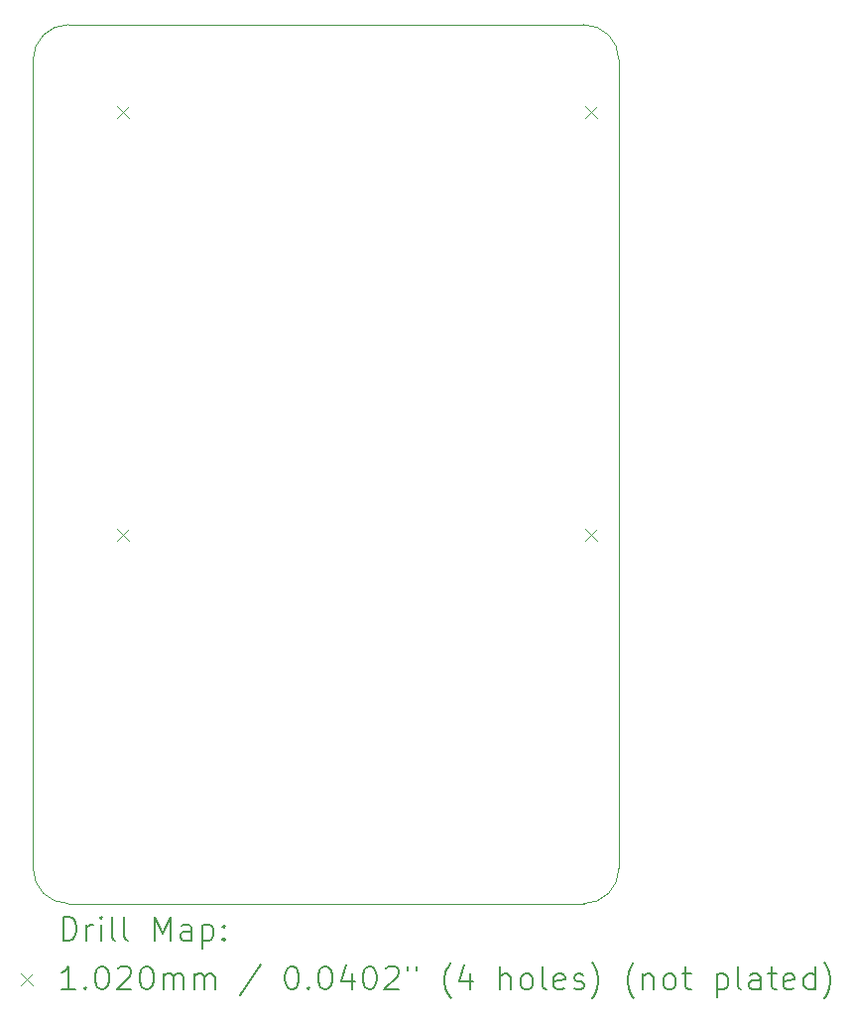
<source format=gbr>
%FSLAX45Y45*%
G04 Gerber Fmt 4.5, Leading zero omitted, Abs format (unit mm)*
G04 Created by KiCad (PCBNEW (6.0.0)) date 2022-08-10 17:12:22*
%MOMM*%
%LPD*%
G01*
G04 APERTURE LIST*
%TA.AperFunction,Profile*%
%ADD10C,0.050000*%
%TD*%
%ADD11C,0.200000*%
%ADD12C,0.102000*%
G04 APERTURE END LIST*
D10*
X23099284Y-5468300D02*
G75*
G03*
X22799284Y-5168300I-300000J0D01*
G01*
X18399284Y-5168300D02*
X22799284Y-5168300D01*
X18099284Y-12368300D02*
G75*
G03*
X18399284Y-12668300I300000J0D01*
G01*
X22799284Y-12668300D02*
X18399284Y-12668300D01*
X22799284Y-12668300D02*
G75*
G03*
X23099284Y-12368300I0J300000D01*
G01*
X18099284Y-5468300D02*
X18099284Y-12368300D01*
X18399284Y-5168300D02*
G75*
G03*
X18099284Y-5468300I0J-300000D01*
G01*
X23099284Y-5468300D02*
X23099284Y-12368300D01*
D11*
D12*
X18815284Y-5860800D02*
X18917284Y-5962800D01*
X18917284Y-5860800D02*
X18815284Y-5962800D01*
X18815284Y-9473800D02*
X18917284Y-9575800D01*
X18917284Y-9473800D02*
X18815284Y-9575800D01*
X22815284Y-5860800D02*
X22917284Y-5962800D01*
X22917284Y-5860800D02*
X22815284Y-5962800D01*
X22815284Y-9473800D02*
X22917284Y-9575800D01*
X22917284Y-9473800D02*
X22815284Y-9575800D01*
D11*
X18354403Y-12981276D02*
X18354403Y-12781276D01*
X18402022Y-12781276D01*
X18430594Y-12790800D01*
X18449641Y-12809848D01*
X18459165Y-12828895D01*
X18468689Y-12866990D01*
X18468689Y-12895562D01*
X18459165Y-12933657D01*
X18449641Y-12952705D01*
X18430594Y-12971752D01*
X18402022Y-12981276D01*
X18354403Y-12981276D01*
X18554403Y-12981276D02*
X18554403Y-12847943D01*
X18554403Y-12886038D02*
X18563927Y-12866990D01*
X18573451Y-12857467D01*
X18592498Y-12847943D01*
X18611546Y-12847943D01*
X18678213Y-12981276D02*
X18678213Y-12847943D01*
X18678213Y-12781276D02*
X18668689Y-12790800D01*
X18678213Y-12800324D01*
X18687736Y-12790800D01*
X18678213Y-12781276D01*
X18678213Y-12800324D01*
X18802022Y-12981276D02*
X18782975Y-12971752D01*
X18773451Y-12952705D01*
X18773451Y-12781276D01*
X18906784Y-12981276D02*
X18887736Y-12971752D01*
X18878213Y-12952705D01*
X18878213Y-12781276D01*
X19135356Y-12981276D02*
X19135356Y-12781276D01*
X19202022Y-12924133D01*
X19268689Y-12781276D01*
X19268689Y-12981276D01*
X19449641Y-12981276D02*
X19449641Y-12876514D01*
X19440117Y-12857467D01*
X19421070Y-12847943D01*
X19382975Y-12847943D01*
X19363927Y-12857467D01*
X19449641Y-12971752D02*
X19430594Y-12981276D01*
X19382975Y-12981276D01*
X19363927Y-12971752D01*
X19354403Y-12952705D01*
X19354403Y-12933657D01*
X19363927Y-12914609D01*
X19382975Y-12905086D01*
X19430594Y-12905086D01*
X19449641Y-12895562D01*
X19544879Y-12847943D02*
X19544879Y-13047943D01*
X19544879Y-12857467D02*
X19563927Y-12847943D01*
X19602022Y-12847943D01*
X19621070Y-12857467D01*
X19630594Y-12866990D01*
X19640117Y-12886038D01*
X19640117Y-12943181D01*
X19630594Y-12962228D01*
X19621070Y-12971752D01*
X19602022Y-12981276D01*
X19563927Y-12981276D01*
X19544879Y-12971752D01*
X19725832Y-12962228D02*
X19735356Y-12971752D01*
X19725832Y-12981276D01*
X19716308Y-12971752D01*
X19725832Y-12962228D01*
X19725832Y-12981276D01*
X19725832Y-12857467D02*
X19735356Y-12866990D01*
X19725832Y-12876514D01*
X19716308Y-12866990D01*
X19725832Y-12857467D01*
X19725832Y-12876514D01*
D12*
X17994784Y-13259800D02*
X18096784Y-13361800D01*
X18096784Y-13259800D02*
X17994784Y-13361800D01*
D11*
X18459165Y-13401276D02*
X18344879Y-13401276D01*
X18402022Y-13401276D02*
X18402022Y-13201276D01*
X18382975Y-13229848D01*
X18363927Y-13248895D01*
X18344879Y-13258419D01*
X18544879Y-13382228D02*
X18554403Y-13391752D01*
X18544879Y-13401276D01*
X18535356Y-13391752D01*
X18544879Y-13382228D01*
X18544879Y-13401276D01*
X18678213Y-13201276D02*
X18697260Y-13201276D01*
X18716308Y-13210800D01*
X18725832Y-13220324D01*
X18735356Y-13239371D01*
X18744879Y-13277467D01*
X18744879Y-13325086D01*
X18735356Y-13363181D01*
X18725832Y-13382228D01*
X18716308Y-13391752D01*
X18697260Y-13401276D01*
X18678213Y-13401276D01*
X18659165Y-13391752D01*
X18649641Y-13382228D01*
X18640117Y-13363181D01*
X18630594Y-13325086D01*
X18630594Y-13277467D01*
X18640117Y-13239371D01*
X18649641Y-13220324D01*
X18659165Y-13210800D01*
X18678213Y-13201276D01*
X18821070Y-13220324D02*
X18830594Y-13210800D01*
X18849641Y-13201276D01*
X18897260Y-13201276D01*
X18916308Y-13210800D01*
X18925832Y-13220324D01*
X18935356Y-13239371D01*
X18935356Y-13258419D01*
X18925832Y-13286990D01*
X18811546Y-13401276D01*
X18935356Y-13401276D01*
X19059165Y-13201276D02*
X19078213Y-13201276D01*
X19097260Y-13210800D01*
X19106784Y-13220324D01*
X19116308Y-13239371D01*
X19125832Y-13277467D01*
X19125832Y-13325086D01*
X19116308Y-13363181D01*
X19106784Y-13382228D01*
X19097260Y-13391752D01*
X19078213Y-13401276D01*
X19059165Y-13401276D01*
X19040117Y-13391752D01*
X19030594Y-13382228D01*
X19021070Y-13363181D01*
X19011546Y-13325086D01*
X19011546Y-13277467D01*
X19021070Y-13239371D01*
X19030594Y-13220324D01*
X19040117Y-13210800D01*
X19059165Y-13201276D01*
X19211546Y-13401276D02*
X19211546Y-13267943D01*
X19211546Y-13286990D02*
X19221070Y-13277467D01*
X19240117Y-13267943D01*
X19268689Y-13267943D01*
X19287736Y-13277467D01*
X19297260Y-13296514D01*
X19297260Y-13401276D01*
X19297260Y-13296514D02*
X19306784Y-13277467D01*
X19325832Y-13267943D01*
X19354403Y-13267943D01*
X19373451Y-13277467D01*
X19382975Y-13296514D01*
X19382975Y-13401276D01*
X19478213Y-13401276D02*
X19478213Y-13267943D01*
X19478213Y-13286990D02*
X19487736Y-13277467D01*
X19506784Y-13267943D01*
X19535356Y-13267943D01*
X19554403Y-13277467D01*
X19563927Y-13296514D01*
X19563927Y-13401276D01*
X19563927Y-13296514D02*
X19573451Y-13277467D01*
X19592498Y-13267943D01*
X19621070Y-13267943D01*
X19640117Y-13277467D01*
X19649641Y-13296514D01*
X19649641Y-13401276D01*
X20040117Y-13191752D02*
X19868689Y-13448895D01*
X20297260Y-13201276D02*
X20316308Y-13201276D01*
X20335356Y-13210800D01*
X20344879Y-13220324D01*
X20354403Y-13239371D01*
X20363927Y-13277467D01*
X20363927Y-13325086D01*
X20354403Y-13363181D01*
X20344879Y-13382228D01*
X20335356Y-13391752D01*
X20316308Y-13401276D01*
X20297260Y-13401276D01*
X20278213Y-13391752D01*
X20268689Y-13382228D01*
X20259165Y-13363181D01*
X20249641Y-13325086D01*
X20249641Y-13277467D01*
X20259165Y-13239371D01*
X20268689Y-13220324D01*
X20278213Y-13210800D01*
X20297260Y-13201276D01*
X20449641Y-13382228D02*
X20459165Y-13391752D01*
X20449641Y-13401276D01*
X20440117Y-13391752D01*
X20449641Y-13382228D01*
X20449641Y-13401276D01*
X20582975Y-13201276D02*
X20602022Y-13201276D01*
X20621070Y-13210800D01*
X20630594Y-13220324D01*
X20640117Y-13239371D01*
X20649641Y-13277467D01*
X20649641Y-13325086D01*
X20640117Y-13363181D01*
X20630594Y-13382228D01*
X20621070Y-13391752D01*
X20602022Y-13401276D01*
X20582975Y-13401276D01*
X20563927Y-13391752D01*
X20554403Y-13382228D01*
X20544879Y-13363181D01*
X20535356Y-13325086D01*
X20535356Y-13277467D01*
X20544879Y-13239371D01*
X20554403Y-13220324D01*
X20563927Y-13210800D01*
X20582975Y-13201276D01*
X20821070Y-13267943D02*
X20821070Y-13401276D01*
X20773451Y-13191752D02*
X20725832Y-13334609D01*
X20849641Y-13334609D01*
X20963927Y-13201276D02*
X20982975Y-13201276D01*
X21002022Y-13210800D01*
X21011546Y-13220324D01*
X21021070Y-13239371D01*
X21030594Y-13277467D01*
X21030594Y-13325086D01*
X21021070Y-13363181D01*
X21011546Y-13382228D01*
X21002022Y-13391752D01*
X20982975Y-13401276D01*
X20963927Y-13401276D01*
X20944879Y-13391752D01*
X20935356Y-13382228D01*
X20925832Y-13363181D01*
X20916308Y-13325086D01*
X20916308Y-13277467D01*
X20925832Y-13239371D01*
X20935356Y-13220324D01*
X20944879Y-13210800D01*
X20963927Y-13201276D01*
X21106784Y-13220324D02*
X21116308Y-13210800D01*
X21135356Y-13201276D01*
X21182975Y-13201276D01*
X21202022Y-13210800D01*
X21211546Y-13220324D01*
X21221070Y-13239371D01*
X21221070Y-13258419D01*
X21211546Y-13286990D01*
X21097260Y-13401276D01*
X21221070Y-13401276D01*
X21297260Y-13201276D02*
X21297260Y-13239371D01*
X21373451Y-13201276D02*
X21373451Y-13239371D01*
X21668689Y-13477467D02*
X21659165Y-13467943D01*
X21640117Y-13439371D01*
X21630594Y-13420324D01*
X21621070Y-13391752D01*
X21611546Y-13344133D01*
X21611546Y-13306038D01*
X21621070Y-13258419D01*
X21630594Y-13229848D01*
X21640117Y-13210800D01*
X21659165Y-13182228D01*
X21668689Y-13172705D01*
X21830594Y-13267943D02*
X21830594Y-13401276D01*
X21782975Y-13191752D02*
X21735356Y-13334609D01*
X21859165Y-13334609D01*
X22087736Y-13401276D02*
X22087736Y-13201276D01*
X22173451Y-13401276D02*
X22173451Y-13296514D01*
X22163927Y-13277467D01*
X22144879Y-13267943D01*
X22116308Y-13267943D01*
X22097260Y-13277467D01*
X22087736Y-13286990D01*
X22297260Y-13401276D02*
X22278213Y-13391752D01*
X22268689Y-13382228D01*
X22259165Y-13363181D01*
X22259165Y-13306038D01*
X22268689Y-13286990D01*
X22278213Y-13277467D01*
X22297260Y-13267943D01*
X22325832Y-13267943D01*
X22344879Y-13277467D01*
X22354403Y-13286990D01*
X22363927Y-13306038D01*
X22363927Y-13363181D01*
X22354403Y-13382228D01*
X22344879Y-13391752D01*
X22325832Y-13401276D01*
X22297260Y-13401276D01*
X22478213Y-13401276D02*
X22459165Y-13391752D01*
X22449641Y-13372705D01*
X22449641Y-13201276D01*
X22630594Y-13391752D02*
X22611546Y-13401276D01*
X22573451Y-13401276D01*
X22554403Y-13391752D01*
X22544879Y-13372705D01*
X22544879Y-13296514D01*
X22554403Y-13277467D01*
X22573451Y-13267943D01*
X22611546Y-13267943D01*
X22630594Y-13277467D01*
X22640117Y-13296514D01*
X22640117Y-13315562D01*
X22544879Y-13334609D01*
X22716308Y-13391752D02*
X22735355Y-13401276D01*
X22773451Y-13401276D01*
X22792498Y-13391752D01*
X22802022Y-13372705D01*
X22802022Y-13363181D01*
X22792498Y-13344133D01*
X22773451Y-13334609D01*
X22744879Y-13334609D01*
X22725832Y-13325086D01*
X22716308Y-13306038D01*
X22716308Y-13296514D01*
X22725832Y-13277467D01*
X22744879Y-13267943D01*
X22773451Y-13267943D01*
X22792498Y-13277467D01*
X22868689Y-13477467D02*
X22878213Y-13467943D01*
X22897260Y-13439371D01*
X22906784Y-13420324D01*
X22916308Y-13391752D01*
X22925832Y-13344133D01*
X22925832Y-13306038D01*
X22916308Y-13258419D01*
X22906784Y-13229848D01*
X22897260Y-13210800D01*
X22878213Y-13182228D01*
X22868689Y-13172705D01*
X23230594Y-13477467D02*
X23221070Y-13467943D01*
X23202022Y-13439371D01*
X23192498Y-13420324D01*
X23182974Y-13391752D01*
X23173451Y-13344133D01*
X23173451Y-13306038D01*
X23182974Y-13258419D01*
X23192498Y-13229848D01*
X23202022Y-13210800D01*
X23221070Y-13182228D01*
X23230594Y-13172705D01*
X23306784Y-13267943D02*
X23306784Y-13401276D01*
X23306784Y-13286990D02*
X23316308Y-13277467D01*
X23335355Y-13267943D01*
X23363927Y-13267943D01*
X23382974Y-13277467D01*
X23392498Y-13296514D01*
X23392498Y-13401276D01*
X23516308Y-13401276D02*
X23497260Y-13391752D01*
X23487736Y-13382228D01*
X23478213Y-13363181D01*
X23478213Y-13306038D01*
X23487736Y-13286990D01*
X23497260Y-13277467D01*
X23516308Y-13267943D01*
X23544879Y-13267943D01*
X23563927Y-13277467D01*
X23573451Y-13286990D01*
X23582974Y-13306038D01*
X23582974Y-13363181D01*
X23573451Y-13382228D01*
X23563927Y-13391752D01*
X23544879Y-13401276D01*
X23516308Y-13401276D01*
X23640117Y-13267943D02*
X23716308Y-13267943D01*
X23668689Y-13201276D02*
X23668689Y-13372705D01*
X23678213Y-13391752D01*
X23697260Y-13401276D01*
X23716308Y-13401276D01*
X23935355Y-13267943D02*
X23935355Y-13467943D01*
X23935355Y-13277467D02*
X23954403Y-13267943D01*
X23992498Y-13267943D01*
X24011546Y-13277467D01*
X24021070Y-13286990D01*
X24030594Y-13306038D01*
X24030594Y-13363181D01*
X24021070Y-13382228D01*
X24011546Y-13391752D01*
X23992498Y-13401276D01*
X23954403Y-13401276D01*
X23935355Y-13391752D01*
X24144879Y-13401276D02*
X24125832Y-13391752D01*
X24116308Y-13372705D01*
X24116308Y-13201276D01*
X24306784Y-13401276D02*
X24306784Y-13296514D01*
X24297260Y-13277467D01*
X24278213Y-13267943D01*
X24240117Y-13267943D01*
X24221070Y-13277467D01*
X24306784Y-13391752D02*
X24287736Y-13401276D01*
X24240117Y-13401276D01*
X24221070Y-13391752D01*
X24211546Y-13372705D01*
X24211546Y-13353657D01*
X24221070Y-13334609D01*
X24240117Y-13325086D01*
X24287736Y-13325086D01*
X24306784Y-13315562D01*
X24373451Y-13267943D02*
X24449641Y-13267943D01*
X24402022Y-13201276D02*
X24402022Y-13372705D01*
X24411546Y-13391752D01*
X24430594Y-13401276D01*
X24449641Y-13401276D01*
X24592498Y-13391752D02*
X24573451Y-13401276D01*
X24535355Y-13401276D01*
X24516308Y-13391752D01*
X24506784Y-13372705D01*
X24506784Y-13296514D01*
X24516308Y-13277467D01*
X24535355Y-13267943D01*
X24573451Y-13267943D01*
X24592498Y-13277467D01*
X24602022Y-13296514D01*
X24602022Y-13315562D01*
X24506784Y-13334609D01*
X24773451Y-13401276D02*
X24773451Y-13201276D01*
X24773451Y-13391752D02*
X24754403Y-13401276D01*
X24716308Y-13401276D01*
X24697260Y-13391752D01*
X24687736Y-13382228D01*
X24678213Y-13363181D01*
X24678213Y-13306038D01*
X24687736Y-13286990D01*
X24697260Y-13277467D01*
X24716308Y-13267943D01*
X24754403Y-13267943D01*
X24773451Y-13277467D01*
X24849641Y-13477467D02*
X24859165Y-13467943D01*
X24878213Y-13439371D01*
X24887736Y-13420324D01*
X24897260Y-13391752D01*
X24906784Y-13344133D01*
X24906784Y-13306038D01*
X24897260Y-13258419D01*
X24887736Y-13229848D01*
X24878213Y-13210800D01*
X24859165Y-13182228D01*
X24849641Y-13172705D01*
M02*

</source>
